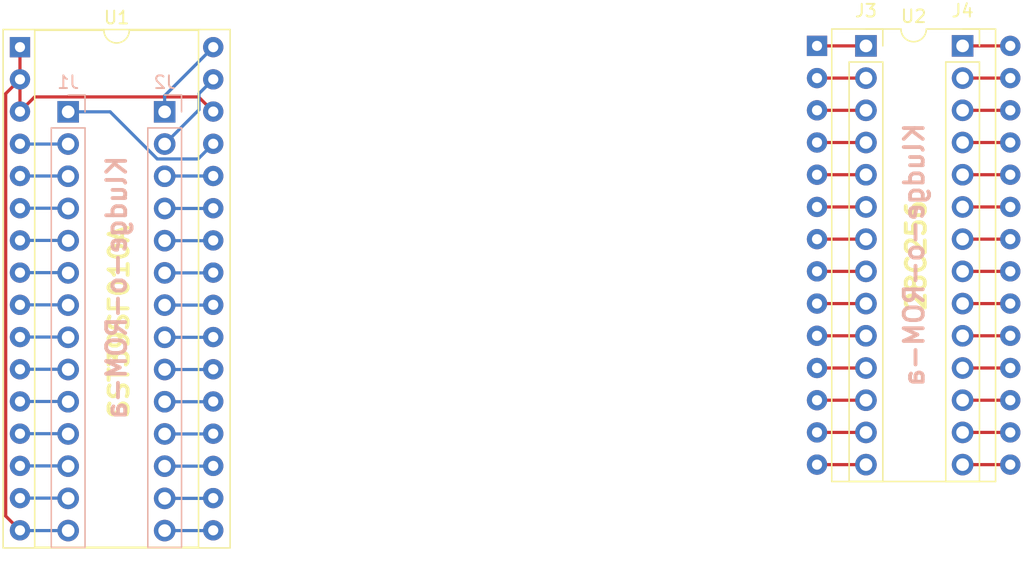
<source format=kicad_pcb>
(kicad_pcb (version 20171130) (host pcbnew "(5.1.9)-1")

  (general
    (thickness 1.6)
    (drawings 4)
    (tracks 95)
    (zones 0)
    (modules 6)
    (nets 29)
  )

  (page A4)
  (layers
    (0 F.Cu signal)
    (31 B.Cu signal)
    (32 B.Adhes user)
    (33 F.Adhes user)
    (34 B.Paste user)
    (35 F.Paste user)
    (36 B.SilkS user)
    (37 F.SilkS user)
    (38 B.Mask user)
    (39 F.Mask user)
    (40 Dwgs.User user)
    (41 Cmts.User user)
    (42 Eco1.User user)
    (43 Eco2.User user)
    (44 Edge.Cuts user)
    (45 Margin user)
    (46 B.CrtYd user)
    (47 F.CrtYd user)
    (48 B.Fab user)
    (49 F.Fab user)
  )

  (setup
    (last_trace_width 0.25)
    (trace_clearance 0.2)
    (zone_clearance 0.508)
    (zone_45_only no)
    (trace_min 0.2)
    (via_size 0.8)
    (via_drill 0.4)
    (via_min_size 0.4)
    (via_min_drill 0.3)
    (uvia_size 0.3)
    (uvia_drill 0.1)
    (uvias_allowed no)
    (uvia_min_size 0.2)
    (uvia_min_drill 0.1)
    (edge_width 0.05)
    (segment_width 0.2)
    (pcb_text_width 0.3)
    (pcb_text_size 1.5 1.5)
    (mod_edge_width 0.12)
    (mod_text_size 1 1)
    (mod_text_width 0.15)
    (pad_size 1.524 1.524)
    (pad_drill 0.762)
    (pad_to_mask_clearance 0)
    (aux_axis_origin 0 0)
    (visible_elements 7FFFFFFF)
    (pcbplotparams
      (layerselection 0x010fc_ffffffff)
      (usegerberextensions false)
      (usegerberattributes true)
      (usegerberadvancedattributes true)
      (creategerberjobfile true)
      (excludeedgelayer true)
      (linewidth 0.100000)
      (plotframeref false)
      (viasonmask false)
      (mode 1)
      (useauxorigin false)
      (hpglpennumber 1)
      (hpglpenspeed 20)
      (hpglpendiameter 15.000000)
      (psnegative false)
      (psa4output false)
      (plotreference true)
      (plotvalue true)
      (plotinvisibletext false)
      (padsonsilk false)
      (subtractmaskfromsilk false)
      (outputformat 1)
      (mirror false)
      (drillshape 1)
      (scaleselection 1)
      (outputdirectory ""))
  )

  (net 0 "")
  (net 1 A15)
  (net 2 D2)
  (net 3 D1)
  (net 4 D0)
  (net 5 A0)
  (net 6 A1)
  (net 7 A2)
  (net 8 A3)
  (net 9 A4)
  (net 10 A5)
  (net 11 A6)
  (net 12 A7)
  (net 13 A12)
  (net 14 A14)
  (net 15 D3)
  (net 16 D4)
  (net 17 D5)
  (net 18 D6)
  (net 19 D7)
  (net 20 ~CE)
  (net 21 A10)
  (net 22 ~OE)
  (net 23 A11)
  (net 24 A9)
  (net 25 A8)
  (net 26 A13)
  (net 27 ~WE)
  (net 28 VCC)

  (net_class Default "This is the default net class."
    (clearance 0.2)
    (trace_width 0.25)
    (via_dia 0.8)
    (via_drill 0.4)
    (uvia_dia 0.3)
    (uvia_drill 0.1)
    (add_net A0)
    (add_net A1)
    (add_net A10)
    (add_net A11)
    (add_net A12)
    (add_net A13)
    (add_net A14)
    (add_net A15)
    (add_net A2)
    (add_net A3)
    (add_net A4)
    (add_net A5)
    (add_net A6)
    (add_net A7)
    (add_net A8)
    (add_net A9)
    (add_net D0)
    (add_net D1)
    (add_net D2)
    (add_net D3)
    (add_net D4)
    (add_net D5)
    (add_net D6)
    (add_net D7)
    (add_net VCC)
    (add_net ~CE)
    (add_net ~OE)
    (add_net ~WE)
  )

  (module Connector_PinSocket_2.54mm:PinSocket_1x14_P2.54mm_Vertical (layer F.Cu) (tedit 5A19A434) (tstamp 619B97B9)
    (at 152.38 62.8)
    (descr "Through hole straight socket strip, 1x14, 2.54mm pitch, single row (from Kicad 4.0.7), script generated")
    (tags "Through hole socket strip THT 1x14 2.54mm single row")
    (path /61AFECD6)
    (fp_text reference J4 (at 0 -2.77) (layer F.SilkS)
      (effects (font (size 1 1) (thickness 0.15)))
    )
    (fp_text value b-right (at 0 35.79) (layer F.Fab)
      (effects (font (size 1 1) (thickness 0.15)))
    )
    (fp_line (start -1.8 34.8) (end -1.8 -1.8) (layer F.CrtYd) (width 0.05))
    (fp_line (start 1.75 34.8) (end -1.8 34.8) (layer F.CrtYd) (width 0.05))
    (fp_line (start 1.75 -1.8) (end 1.75 34.8) (layer F.CrtYd) (width 0.05))
    (fp_line (start -1.8 -1.8) (end 1.75 -1.8) (layer F.CrtYd) (width 0.05))
    (fp_line (start 0 -1.33) (end 1.33 -1.33) (layer F.SilkS) (width 0.12))
    (fp_line (start 1.33 -1.33) (end 1.33 0) (layer F.SilkS) (width 0.12))
    (fp_line (start 1.33 1.27) (end 1.33 34.35) (layer F.SilkS) (width 0.12))
    (fp_line (start -1.33 34.35) (end 1.33 34.35) (layer F.SilkS) (width 0.12))
    (fp_line (start -1.33 1.27) (end -1.33 34.35) (layer F.SilkS) (width 0.12))
    (fp_line (start -1.33 1.27) (end 1.33 1.27) (layer F.SilkS) (width 0.12))
    (fp_line (start -1.27 34.29) (end -1.27 -1.27) (layer F.Fab) (width 0.1))
    (fp_line (start 1.27 34.29) (end -1.27 34.29) (layer F.Fab) (width 0.1))
    (fp_line (start 1.27 -0.635) (end 1.27 34.29) (layer F.Fab) (width 0.1))
    (fp_line (start 0.635 -1.27) (end 1.27 -0.635) (layer F.Fab) (width 0.1))
    (fp_line (start -1.27 -1.27) (end 0.635 -1.27) (layer F.Fab) (width 0.1))
    (fp_text user %R (at 0 16.51 90) (layer F.Fab)
      (effects (font (size 1 1) (thickness 0.15)))
    )
    (pad 14 thru_hole oval (at 0 33.02) (size 1.7 1.7) (drill 1) (layers *.Cu *.Mask)
      (net 15 D3))
    (pad 13 thru_hole oval (at 0 30.48) (size 1.7 1.7) (drill 1) (layers *.Cu *.Mask)
      (net 16 D4))
    (pad 12 thru_hole oval (at 0 27.94) (size 1.7 1.7) (drill 1) (layers *.Cu *.Mask)
      (net 17 D5))
    (pad 11 thru_hole oval (at 0 25.4) (size 1.7 1.7) (drill 1) (layers *.Cu *.Mask)
      (net 18 D6))
    (pad 10 thru_hole oval (at 0 22.86) (size 1.7 1.7) (drill 1) (layers *.Cu *.Mask)
      (net 19 D7))
    (pad 9 thru_hole oval (at 0 20.32) (size 1.7 1.7) (drill 1) (layers *.Cu *.Mask)
      (net 20 ~CE))
    (pad 8 thru_hole oval (at 0 17.78) (size 1.7 1.7) (drill 1) (layers *.Cu *.Mask)
      (net 21 A10))
    (pad 7 thru_hole oval (at 0 15.24) (size 1.7 1.7) (drill 1) (layers *.Cu *.Mask)
      (net 22 ~OE))
    (pad 6 thru_hole oval (at 0 12.7) (size 1.7 1.7) (drill 1) (layers *.Cu *.Mask)
      (net 23 A11))
    (pad 5 thru_hole oval (at 0 10.16) (size 1.7 1.7) (drill 1) (layers *.Cu *.Mask)
      (net 24 A9))
    (pad 4 thru_hole oval (at 0 7.62) (size 1.7 1.7) (drill 1) (layers *.Cu *.Mask)
      (net 25 A8))
    (pad 3 thru_hole oval (at 0 5.08) (size 1.7 1.7) (drill 1) (layers *.Cu *.Mask)
      (net 26 A13))
    (pad 2 thru_hole oval (at 0 2.54) (size 1.7 1.7) (drill 1) (layers *.Cu *.Mask)
      (net 27 ~WE))
    (pad 1 thru_hole rect (at 0 0) (size 1.7 1.7) (drill 1) (layers *.Cu *.Mask)
      (net 28 VCC))
    (model ${KISYS3DMOD}/Connector_PinSocket_2.54mm.3dshapes/PinSocket_1x14_P2.54mm_Vertical.wrl
      (at (xyz 0 0 0))
      (scale (xyz 1 1 1))
      (rotate (xyz 0 0 0))
    )
  )

  (module Connector_PinSocket_2.54mm:PinSocket_1x14_P2.54mm_Vertical (layer F.Cu) (tedit 5A19A434) (tstamp 619B9797)
    (at 144.76 62.8)
    (descr "Through hole straight socket strip, 1x14, 2.54mm pitch, single row (from Kicad 4.0.7), script generated")
    (tags "Through hole socket strip THT 1x14 2.54mm single row")
    (path /61AFEB74)
    (fp_text reference J3 (at 0 -2.77) (layer F.SilkS)
      (effects (font (size 1 1) (thickness 0.15)))
    )
    (fp_text value b-left (at 0 35.79) (layer F.Fab)
      (effects (font (size 1 1) (thickness 0.15)))
    )
    (fp_line (start -1.8 34.8) (end -1.8 -1.8) (layer F.CrtYd) (width 0.05))
    (fp_line (start 1.75 34.8) (end -1.8 34.8) (layer F.CrtYd) (width 0.05))
    (fp_line (start 1.75 -1.8) (end 1.75 34.8) (layer F.CrtYd) (width 0.05))
    (fp_line (start -1.8 -1.8) (end 1.75 -1.8) (layer F.CrtYd) (width 0.05))
    (fp_line (start 0 -1.33) (end 1.33 -1.33) (layer F.SilkS) (width 0.12))
    (fp_line (start 1.33 -1.33) (end 1.33 0) (layer F.SilkS) (width 0.12))
    (fp_line (start 1.33 1.27) (end 1.33 34.35) (layer F.SilkS) (width 0.12))
    (fp_line (start -1.33 34.35) (end 1.33 34.35) (layer F.SilkS) (width 0.12))
    (fp_line (start -1.33 1.27) (end -1.33 34.35) (layer F.SilkS) (width 0.12))
    (fp_line (start -1.33 1.27) (end 1.33 1.27) (layer F.SilkS) (width 0.12))
    (fp_line (start -1.27 34.29) (end -1.27 -1.27) (layer F.Fab) (width 0.1))
    (fp_line (start 1.27 34.29) (end -1.27 34.29) (layer F.Fab) (width 0.1))
    (fp_line (start 1.27 -0.635) (end 1.27 34.29) (layer F.Fab) (width 0.1))
    (fp_line (start 0.635 -1.27) (end 1.27 -0.635) (layer F.Fab) (width 0.1))
    (fp_line (start -1.27 -1.27) (end 0.635 -1.27) (layer F.Fab) (width 0.1))
    (fp_text user %R (at 0 16.51 90) (layer F.Fab)
      (effects (font (size 1 1) (thickness 0.15)))
    )
    (pad 14 thru_hole oval (at 0 33.02) (size 1.7 1.7) (drill 1) (layers *.Cu *.Mask)
      (net 1 A15))
    (pad 13 thru_hole oval (at 0 30.48) (size 1.7 1.7) (drill 1) (layers *.Cu *.Mask)
      (net 2 D2))
    (pad 12 thru_hole oval (at 0 27.94) (size 1.7 1.7) (drill 1) (layers *.Cu *.Mask)
      (net 3 D1))
    (pad 11 thru_hole oval (at 0 25.4) (size 1.7 1.7) (drill 1) (layers *.Cu *.Mask)
      (net 4 D0))
    (pad 10 thru_hole oval (at 0 22.86) (size 1.7 1.7) (drill 1) (layers *.Cu *.Mask)
      (net 5 A0))
    (pad 9 thru_hole oval (at 0 20.32) (size 1.7 1.7) (drill 1) (layers *.Cu *.Mask)
      (net 6 A1))
    (pad 8 thru_hole oval (at 0 17.78) (size 1.7 1.7) (drill 1) (layers *.Cu *.Mask)
      (net 7 A2))
    (pad 7 thru_hole oval (at 0 15.24) (size 1.7 1.7) (drill 1) (layers *.Cu *.Mask)
      (net 8 A3))
    (pad 6 thru_hole oval (at 0 12.7) (size 1.7 1.7) (drill 1) (layers *.Cu *.Mask)
      (net 9 A4))
    (pad 5 thru_hole oval (at 0 10.16) (size 1.7 1.7) (drill 1) (layers *.Cu *.Mask)
      (net 10 A5))
    (pad 4 thru_hole oval (at 0 7.62) (size 1.7 1.7) (drill 1) (layers *.Cu *.Mask)
      (net 11 A6))
    (pad 3 thru_hole oval (at 0 5.08) (size 1.7 1.7) (drill 1) (layers *.Cu *.Mask)
      (net 12 A7))
    (pad 2 thru_hole oval (at 0 2.54) (size 1.7 1.7) (drill 1) (layers *.Cu *.Mask)
      (net 13 A12))
    (pad 1 thru_hole rect (at 0 0) (size 1.7 1.7) (drill 1) (layers *.Cu *.Mask)
      (net 14 A14))
    (model ${KISYS3DMOD}/Connector_PinSocket_2.54mm.3dshapes/PinSocket_1x14_P2.54mm_Vertical.wrl
      (at (xyz 0 0 0))
      (scale (xyz 1 1 1))
      (rotate (xyz 0 0 0))
    )
  )

  (module Package_DIP:DIP-28_W15.24mm (layer F.Cu) (tedit 5A02E8C5) (tstamp 619B9825)
    (at 140.9 62.8)
    (descr "28-lead though-hole mounted DIP package, row spacing 15.24 mm (600 mils)")
    (tags "THT DIP DIL PDIP 2.54mm 15.24mm 600mil")
    (path /61AFBB43)
    (fp_text reference U2 (at 7.62 -2.33) (layer F.SilkS)
      (effects (font (size 1 1) (thickness 0.15)))
    )
    (fp_text value 28C256 (at 7.62 35.35) (layer F.Fab)
      (effects (font (size 1 1) (thickness 0.15)))
    )
    (fp_line (start 16.3 -1.55) (end -1.05 -1.55) (layer F.CrtYd) (width 0.05))
    (fp_line (start 16.3 34.55) (end 16.3 -1.55) (layer F.CrtYd) (width 0.05))
    (fp_line (start -1.05 34.55) (end 16.3 34.55) (layer F.CrtYd) (width 0.05))
    (fp_line (start -1.05 -1.55) (end -1.05 34.55) (layer F.CrtYd) (width 0.05))
    (fp_line (start 14.08 -1.33) (end 8.62 -1.33) (layer F.SilkS) (width 0.12))
    (fp_line (start 14.08 34.35) (end 14.08 -1.33) (layer F.SilkS) (width 0.12))
    (fp_line (start 1.16 34.35) (end 14.08 34.35) (layer F.SilkS) (width 0.12))
    (fp_line (start 1.16 -1.33) (end 1.16 34.35) (layer F.SilkS) (width 0.12))
    (fp_line (start 6.62 -1.33) (end 1.16 -1.33) (layer F.SilkS) (width 0.12))
    (fp_line (start 0.255 -0.27) (end 1.255 -1.27) (layer F.Fab) (width 0.1))
    (fp_line (start 0.255 34.29) (end 0.255 -0.27) (layer F.Fab) (width 0.1))
    (fp_line (start 14.985 34.29) (end 0.255 34.29) (layer F.Fab) (width 0.1))
    (fp_line (start 14.985 -1.27) (end 14.985 34.29) (layer F.Fab) (width 0.1))
    (fp_line (start 1.255 -1.27) (end 14.985 -1.27) (layer F.Fab) (width 0.1))
    (fp_text user %R (at 7.62 16.51) (layer F.Fab)
      (effects (font (size 1 1) (thickness 0.15)))
    )
    (fp_arc (start 7.62 -1.33) (end 6.62 -1.33) (angle -180) (layer F.SilkS) (width 0.12))
    (pad 28 thru_hole oval (at 15.24 0) (size 1.6 1.6) (drill 0.8) (layers *.Cu *.Mask)
      (net 28 VCC))
    (pad 14 thru_hole oval (at 0 33.02) (size 1.6 1.6) (drill 0.8) (layers *.Cu *.Mask)
      (net 1 A15))
    (pad 27 thru_hole oval (at 15.24 2.54) (size 1.6 1.6) (drill 0.8) (layers *.Cu *.Mask)
      (net 27 ~WE))
    (pad 13 thru_hole oval (at 0 30.48) (size 1.6 1.6) (drill 0.8) (layers *.Cu *.Mask)
      (net 2 D2))
    (pad 26 thru_hole oval (at 15.24 5.08) (size 1.6 1.6) (drill 0.8) (layers *.Cu *.Mask)
      (net 26 A13))
    (pad 12 thru_hole oval (at 0 27.94) (size 1.6 1.6) (drill 0.8) (layers *.Cu *.Mask)
      (net 3 D1))
    (pad 25 thru_hole oval (at 15.24 7.62) (size 1.6 1.6) (drill 0.8) (layers *.Cu *.Mask)
      (net 25 A8))
    (pad 11 thru_hole oval (at 0 25.4) (size 1.6 1.6) (drill 0.8) (layers *.Cu *.Mask)
      (net 4 D0))
    (pad 24 thru_hole oval (at 15.24 10.16) (size 1.6 1.6) (drill 0.8) (layers *.Cu *.Mask)
      (net 24 A9))
    (pad 10 thru_hole oval (at 0 22.86) (size 1.6 1.6) (drill 0.8) (layers *.Cu *.Mask)
      (net 5 A0))
    (pad 23 thru_hole oval (at 15.24 12.7) (size 1.6 1.6) (drill 0.8) (layers *.Cu *.Mask)
      (net 23 A11))
    (pad 9 thru_hole oval (at 0 20.32) (size 1.6 1.6) (drill 0.8) (layers *.Cu *.Mask)
      (net 6 A1))
    (pad 22 thru_hole oval (at 15.24 15.24) (size 1.6 1.6) (drill 0.8) (layers *.Cu *.Mask)
      (net 22 ~OE))
    (pad 8 thru_hole oval (at 0 17.78) (size 1.6 1.6) (drill 0.8) (layers *.Cu *.Mask)
      (net 7 A2))
    (pad 21 thru_hole oval (at 15.24 17.78) (size 1.6 1.6) (drill 0.8) (layers *.Cu *.Mask)
      (net 21 A10))
    (pad 7 thru_hole oval (at 0 15.24) (size 1.6 1.6) (drill 0.8) (layers *.Cu *.Mask)
      (net 8 A3))
    (pad 20 thru_hole oval (at 15.24 20.32) (size 1.6 1.6) (drill 0.8) (layers *.Cu *.Mask)
      (net 20 ~CE))
    (pad 6 thru_hole oval (at 0 12.7) (size 1.6 1.6) (drill 0.8) (layers *.Cu *.Mask)
      (net 9 A4))
    (pad 19 thru_hole oval (at 15.24 22.86) (size 1.6 1.6) (drill 0.8) (layers *.Cu *.Mask)
      (net 19 D7))
    (pad 5 thru_hole oval (at 0 10.16) (size 1.6 1.6) (drill 0.8) (layers *.Cu *.Mask)
      (net 10 A5))
    (pad 18 thru_hole oval (at 15.24 25.4) (size 1.6 1.6) (drill 0.8) (layers *.Cu *.Mask)
      (net 18 D6))
    (pad 4 thru_hole oval (at 0 7.62) (size 1.6 1.6) (drill 0.8) (layers *.Cu *.Mask)
      (net 11 A6))
    (pad 17 thru_hole oval (at 15.24 27.94) (size 1.6 1.6) (drill 0.8) (layers *.Cu *.Mask)
      (net 17 D5))
    (pad 3 thru_hole oval (at 0 5.08) (size 1.6 1.6) (drill 0.8) (layers *.Cu *.Mask)
      (net 12 A7))
    (pad 16 thru_hole oval (at 15.24 30.48) (size 1.6 1.6) (drill 0.8) (layers *.Cu *.Mask)
      (net 16 D4))
    (pad 2 thru_hole oval (at 0 2.54) (size 1.6 1.6) (drill 0.8) (layers *.Cu *.Mask)
      (net 13 A12))
    (pad 15 thru_hole oval (at 15.24 33.02) (size 1.6 1.6) (drill 0.8) (layers *.Cu *.Mask)
      (net 15 D3))
    (pad 1 thru_hole rect (at 0 0) (size 1.6 1.6) (drill 0.8) (layers *.Cu *.Mask)
      (net 14 A14))
    (model ${KISYS3DMOD}/Package_DIP.3dshapes/DIP-28_W15.24mm.wrl
      (at (xyz 0 0 0))
      (scale (xyz 1 1 1))
      (rotate (xyz 0 0 0))
    )
  )

  (module Package_DIP:DIP-32_W15.24mm_Socket (layer F.Cu) (tedit 5A02E8C5) (tstamp 619B97F5)
    (at 78.05 62.9)
    (descr "32-lead though-hole mounted DIP package, row spacing 15.24 mm (600 mils), Socket")
    (tags "THT DIP DIL PDIP 2.54mm 15.24mm 600mil Socket")
    (path /61AFB38D)
    (fp_text reference U1 (at 7.62 -2.33) (layer F.SilkS)
      (effects (font (size 1 1) (thickness 0.15)))
    )
    (fp_text value SST39SF040 (at 7.62 40.43) (layer F.Fab)
      (effects (font (size 1 1) (thickness 0.15)))
    )
    (fp_line (start 16.8 -1.6) (end -1.55 -1.6) (layer F.CrtYd) (width 0.05))
    (fp_line (start 16.8 39.7) (end 16.8 -1.6) (layer F.CrtYd) (width 0.05))
    (fp_line (start -1.55 39.7) (end 16.8 39.7) (layer F.CrtYd) (width 0.05))
    (fp_line (start -1.55 -1.6) (end -1.55 39.7) (layer F.CrtYd) (width 0.05))
    (fp_line (start 16.57 -1.39) (end -1.33 -1.39) (layer F.SilkS) (width 0.12))
    (fp_line (start 16.57 39.49) (end 16.57 -1.39) (layer F.SilkS) (width 0.12))
    (fp_line (start -1.33 39.49) (end 16.57 39.49) (layer F.SilkS) (width 0.12))
    (fp_line (start -1.33 -1.39) (end -1.33 39.49) (layer F.SilkS) (width 0.12))
    (fp_line (start 14.08 -1.33) (end 8.62 -1.33) (layer F.SilkS) (width 0.12))
    (fp_line (start 14.08 39.43) (end 14.08 -1.33) (layer F.SilkS) (width 0.12))
    (fp_line (start 1.16 39.43) (end 14.08 39.43) (layer F.SilkS) (width 0.12))
    (fp_line (start 1.16 -1.33) (end 1.16 39.43) (layer F.SilkS) (width 0.12))
    (fp_line (start 6.62 -1.33) (end 1.16 -1.33) (layer F.SilkS) (width 0.12))
    (fp_line (start 16.51 -1.33) (end -1.27 -1.33) (layer F.Fab) (width 0.1))
    (fp_line (start 16.51 39.43) (end 16.51 -1.33) (layer F.Fab) (width 0.1))
    (fp_line (start -1.27 39.43) (end 16.51 39.43) (layer F.Fab) (width 0.1))
    (fp_line (start -1.27 -1.33) (end -1.27 39.43) (layer F.Fab) (width 0.1))
    (fp_line (start 0.255 -0.27) (end 1.255 -1.27) (layer F.Fab) (width 0.1))
    (fp_line (start 0.255 39.37) (end 0.255 -0.27) (layer F.Fab) (width 0.1))
    (fp_line (start 14.985 39.37) (end 0.255 39.37) (layer F.Fab) (width 0.1))
    (fp_line (start 14.985 -1.27) (end 14.985 39.37) (layer F.Fab) (width 0.1))
    (fp_line (start 1.255 -1.27) (end 14.985 -1.27) (layer F.Fab) (width 0.1))
    (fp_text user %R (at 7.62 19.05) (layer F.Fab)
      (effects (font (size 1 1) (thickness 0.15)))
    )
    (fp_arc (start 7.62 -1.33) (end 6.62 -1.33) (angle -180) (layer F.SilkS) (width 0.12))
    (pad 32 thru_hole oval (at 15.24 0) (size 1.6 1.6) (drill 0.8) (layers *.Cu *.Mask)
      (net 28 VCC))
    (pad 16 thru_hole oval (at 0 38.1) (size 1.6 1.6) (drill 0.8) (layers *.Cu *.Mask)
      (net 1 A15))
    (pad 31 thru_hole oval (at 15.24 2.54) (size 1.6 1.6) (drill 0.8) (layers *.Cu *.Mask)
      (net 27 ~WE))
    (pad 15 thru_hole oval (at 0 35.56) (size 1.6 1.6) (drill 0.8) (layers *.Cu *.Mask)
      (net 2 D2))
    (pad 30 thru_hole oval (at 15.24 5.08) (size 1.6 1.6) (drill 0.8) (layers *.Cu *.Mask)
      (net 1 A15))
    (pad 14 thru_hole oval (at 0 33.02) (size 1.6 1.6) (drill 0.8) (layers *.Cu *.Mask)
      (net 3 D1))
    (pad 29 thru_hole oval (at 15.24 7.62) (size 1.6 1.6) (drill 0.8) (layers *.Cu *.Mask)
      (net 14 A14))
    (pad 13 thru_hole oval (at 0 30.48) (size 1.6 1.6) (drill 0.8) (layers *.Cu *.Mask)
      (net 4 D0))
    (pad 28 thru_hole oval (at 15.24 10.16) (size 1.6 1.6) (drill 0.8) (layers *.Cu *.Mask)
      (net 26 A13))
    (pad 12 thru_hole oval (at 0 27.94) (size 1.6 1.6) (drill 0.8) (layers *.Cu *.Mask)
      (net 5 A0))
    (pad 27 thru_hole oval (at 15.24 12.7) (size 1.6 1.6) (drill 0.8) (layers *.Cu *.Mask)
      (net 25 A8))
    (pad 11 thru_hole oval (at 0 25.4) (size 1.6 1.6) (drill 0.8) (layers *.Cu *.Mask)
      (net 6 A1))
    (pad 26 thru_hole oval (at 15.24 15.24) (size 1.6 1.6) (drill 0.8) (layers *.Cu *.Mask)
      (net 24 A9))
    (pad 10 thru_hole oval (at 0 22.86) (size 1.6 1.6) (drill 0.8) (layers *.Cu *.Mask)
      (net 7 A2))
    (pad 25 thru_hole oval (at 15.24 17.78) (size 1.6 1.6) (drill 0.8) (layers *.Cu *.Mask)
      (net 23 A11))
    (pad 9 thru_hole oval (at 0 20.32) (size 1.6 1.6) (drill 0.8) (layers *.Cu *.Mask)
      (net 8 A3))
    (pad 24 thru_hole oval (at 15.24 20.32) (size 1.6 1.6) (drill 0.8) (layers *.Cu *.Mask)
      (net 22 ~OE))
    (pad 8 thru_hole oval (at 0 17.78) (size 1.6 1.6) (drill 0.8) (layers *.Cu *.Mask)
      (net 9 A4))
    (pad 23 thru_hole oval (at 15.24 22.86) (size 1.6 1.6) (drill 0.8) (layers *.Cu *.Mask)
      (net 21 A10))
    (pad 7 thru_hole oval (at 0 15.24) (size 1.6 1.6) (drill 0.8) (layers *.Cu *.Mask)
      (net 10 A5))
    (pad 22 thru_hole oval (at 15.24 25.4) (size 1.6 1.6) (drill 0.8) (layers *.Cu *.Mask)
      (net 20 ~CE))
    (pad 6 thru_hole oval (at 0 12.7) (size 1.6 1.6) (drill 0.8) (layers *.Cu *.Mask)
      (net 11 A6))
    (pad 21 thru_hole oval (at 15.24 27.94) (size 1.6 1.6) (drill 0.8) (layers *.Cu *.Mask)
      (net 19 D7))
    (pad 5 thru_hole oval (at 0 10.16) (size 1.6 1.6) (drill 0.8) (layers *.Cu *.Mask)
      (net 12 A7))
    (pad 20 thru_hole oval (at 15.24 30.48) (size 1.6 1.6) (drill 0.8) (layers *.Cu *.Mask)
      (net 18 D6))
    (pad 4 thru_hole oval (at 0 7.62) (size 1.6 1.6) (drill 0.8) (layers *.Cu *.Mask)
      (net 13 A12))
    (pad 19 thru_hole oval (at 15.24 33.02) (size 1.6 1.6) (drill 0.8) (layers *.Cu *.Mask)
      (net 17 D5))
    (pad 3 thru_hole oval (at 0 5.08) (size 1.6 1.6) (drill 0.8) (layers *.Cu *.Mask)
      (net 1 A15))
    (pad 18 thru_hole oval (at 15.24 35.56) (size 1.6 1.6) (drill 0.8) (layers *.Cu *.Mask)
      (net 16 D4))
    (pad 2 thru_hole oval (at 0 2.54) (size 1.6 1.6) (drill 0.8) (layers *.Cu *.Mask)
      (net 1 A15))
    (pad 17 thru_hole oval (at 15.24 38.1) (size 1.6 1.6) (drill 0.8) (layers *.Cu *.Mask)
      (net 15 D3))
    (pad 1 thru_hole rect (at 0 0) (size 1.6 1.6) (drill 0.8) (layers *.Cu *.Mask)
      (net 1 A15))
    (model ${KISYS3DMOD}/Package_DIP.3dshapes/DIP-32_W15.24mm_Socket.wrl
      (at (xyz 0 0 0))
      (scale (xyz 1 1 1))
      (rotate (xyz 0 0 0))
    )
  )

  (module Connector_PinHeader_2.54mm:PinHeader_1x14_P2.54mm_Vertical (layer B.Cu) (tedit 59FED5CC) (tstamp 619BAAD3)
    (at 89.46 68 180)
    (descr "Through hole straight pin header, 1x14, 2.54mm pitch, single row")
    (tags "Through hole pin header THT 1x14 2.54mm single row")
    (path /61AFD052)
    (fp_text reference J2 (at 0 2.33) (layer B.SilkS)
      (effects (font (size 1 1) (thickness 0.15)) (justify mirror))
    )
    (fp_text value t-right (at 0 -35.35) (layer B.Fab)
      (effects (font (size 1 1) (thickness 0.15)) (justify mirror))
    )
    (fp_line (start 1.8 1.8) (end -1.8 1.8) (layer B.CrtYd) (width 0.05))
    (fp_line (start 1.8 -34.8) (end 1.8 1.8) (layer B.CrtYd) (width 0.05))
    (fp_line (start -1.8 -34.8) (end 1.8 -34.8) (layer B.CrtYd) (width 0.05))
    (fp_line (start -1.8 1.8) (end -1.8 -34.8) (layer B.CrtYd) (width 0.05))
    (fp_line (start -1.33 1.33) (end 0 1.33) (layer B.SilkS) (width 0.12))
    (fp_line (start -1.33 0) (end -1.33 1.33) (layer B.SilkS) (width 0.12))
    (fp_line (start -1.33 -1.27) (end 1.33 -1.27) (layer B.SilkS) (width 0.12))
    (fp_line (start 1.33 -1.27) (end 1.33 -34.35) (layer B.SilkS) (width 0.12))
    (fp_line (start -1.33 -1.27) (end -1.33 -34.35) (layer B.SilkS) (width 0.12))
    (fp_line (start -1.33 -34.35) (end 1.33 -34.35) (layer B.SilkS) (width 0.12))
    (fp_line (start -1.27 0.635) (end -0.635 1.27) (layer B.Fab) (width 0.1))
    (fp_line (start -1.27 -34.29) (end -1.27 0.635) (layer B.Fab) (width 0.1))
    (fp_line (start 1.27 -34.29) (end -1.27 -34.29) (layer B.Fab) (width 0.1))
    (fp_line (start 1.27 1.27) (end 1.27 -34.29) (layer B.Fab) (width 0.1))
    (fp_line (start -0.635 1.27) (end 1.27 1.27) (layer B.Fab) (width 0.1))
    (fp_text user %R (at 0 -16.51 270) (layer B.Fab)
      (effects (font (size 1 1) (thickness 0.15)) (justify mirror))
    )
    (pad 14 thru_hole oval (at 0 -33.02 180) (size 1.7 1.7) (drill 1) (layers *.Cu *.Mask)
      (net 15 D3))
    (pad 13 thru_hole oval (at 0 -30.48 180) (size 1.7 1.7) (drill 1) (layers *.Cu *.Mask)
      (net 16 D4))
    (pad 12 thru_hole oval (at 0 -27.94 180) (size 1.7 1.7) (drill 1) (layers *.Cu *.Mask)
      (net 17 D5))
    (pad 11 thru_hole oval (at 0 -25.4 180) (size 1.7 1.7) (drill 1) (layers *.Cu *.Mask)
      (net 18 D6))
    (pad 10 thru_hole oval (at 0 -22.86 180) (size 1.7 1.7) (drill 1) (layers *.Cu *.Mask)
      (net 19 D7))
    (pad 9 thru_hole oval (at 0 -20.32 180) (size 1.7 1.7) (drill 1) (layers *.Cu *.Mask)
      (net 20 ~CE))
    (pad 8 thru_hole oval (at 0 -17.78 180) (size 1.7 1.7) (drill 1) (layers *.Cu *.Mask)
      (net 21 A10))
    (pad 7 thru_hole oval (at 0 -15.24 180) (size 1.7 1.7) (drill 1) (layers *.Cu *.Mask)
      (net 22 ~OE))
    (pad 6 thru_hole oval (at 0 -12.7 180) (size 1.7 1.7) (drill 1) (layers *.Cu *.Mask)
      (net 23 A11))
    (pad 5 thru_hole oval (at 0 -10.16 180) (size 1.7 1.7) (drill 1) (layers *.Cu *.Mask)
      (net 24 A9))
    (pad 4 thru_hole oval (at 0 -7.62 180) (size 1.7 1.7) (drill 1) (layers *.Cu *.Mask)
      (net 25 A8))
    (pad 3 thru_hole oval (at 0 -5.08 180) (size 1.7 1.7) (drill 1) (layers *.Cu *.Mask)
      (net 26 A13))
    (pad 2 thru_hole oval (at 0 -2.54 180) (size 1.7 1.7) (drill 1) (layers *.Cu *.Mask)
      (net 27 ~WE))
    (pad 1 thru_hole rect (at 0 0 180) (size 1.7 1.7) (drill 1) (layers *.Cu *.Mask)
      (net 28 VCC))
    (model ${KISYS3DMOD}/Connector_PinHeader_2.54mm.3dshapes/PinHeader_1x14_P2.54mm_Vertical.wrl
      (at (xyz 0 0 0))
      (scale (xyz 1 1 1))
      (rotate (xyz 0 0 0))
    )
  )

  (module Connector_PinHeader_2.54mm:PinHeader_1x14_P2.54mm_Vertical (layer B.Cu) (tedit 59FED5CC) (tstamp 619BAD22)
    (at 81.85 68 180)
    (descr "Through hole straight pin header, 1x14, 2.54mm pitch, single row")
    (tags "Through hole pin header THT 1x14 2.54mm single row")
    (path /61AFC6D5)
    (fp_text reference J1 (at 0 2.33) (layer B.SilkS)
      (effects (font (size 1 1) (thickness 0.15)) (justify mirror))
    )
    (fp_text value t-left (at 0 -35.35) (layer B.Fab)
      (effects (font (size 1 1) (thickness 0.15)) (justify mirror))
    )
    (fp_line (start 1.8 1.8) (end -1.8 1.8) (layer B.CrtYd) (width 0.05))
    (fp_line (start 1.8 -34.8) (end 1.8 1.8) (layer B.CrtYd) (width 0.05))
    (fp_line (start -1.8 -34.8) (end 1.8 -34.8) (layer B.CrtYd) (width 0.05))
    (fp_line (start -1.8 1.8) (end -1.8 -34.8) (layer B.CrtYd) (width 0.05))
    (fp_line (start -1.33 1.33) (end 0 1.33) (layer B.SilkS) (width 0.12))
    (fp_line (start -1.33 0) (end -1.33 1.33) (layer B.SilkS) (width 0.12))
    (fp_line (start -1.33 -1.27) (end 1.33 -1.27) (layer B.SilkS) (width 0.12))
    (fp_line (start 1.33 -1.27) (end 1.33 -34.35) (layer B.SilkS) (width 0.12))
    (fp_line (start -1.33 -1.27) (end -1.33 -34.35) (layer B.SilkS) (width 0.12))
    (fp_line (start -1.33 -34.35) (end 1.33 -34.35) (layer B.SilkS) (width 0.12))
    (fp_line (start -1.27 0.635) (end -0.635 1.27) (layer B.Fab) (width 0.1))
    (fp_line (start -1.27 -34.29) (end -1.27 0.635) (layer B.Fab) (width 0.1))
    (fp_line (start 1.27 -34.29) (end -1.27 -34.29) (layer B.Fab) (width 0.1))
    (fp_line (start 1.27 1.27) (end 1.27 -34.29) (layer B.Fab) (width 0.1))
    (fp_line (start -0.635 1.27) (end 1.27 1.27) (layer B.Fab) (width 0.1))
    (fp_text user %R (at 0 -16.51 270) (layer B.Fab)
      (effects (font (size 1 1) (thickness 0.15)) (justify mirror))
    )
    (pad 14 thru_hole oval (at 0 -33.02 180) (size 1.7 1.7) (drill 1) (layers *.Cu *.Mask)
      (net 1 A15))
    (pad 13 thru_hole oval (at 0 -30.48 180) (size 1.7 1.7) (drill 1) (layers *.Cu *.Mask)
      (net 2 D2))
    (pad 12 thru_hole oval (at 0 -27.94 180) (size 1.7 1.7) (drill 1) (layers *.Cu *.Mask)
      (net 3 D1))
    (pad 11 thru_hole oval (at 0 -25.4 180) (size 1.7 1.7) (drill 1) (layers *.Cu *.Mask)
      (net 4 D0))
    (pad 10 thru_hole oval (at 0 -22.86 180) (size 1.7 1.7) (drill 1) (layers *.Cu *.Mask)
      (net 5 A0))
    (pad 9 thru_hole oval (at 0 -20.32 180) (size 1.7 1.7) (drill 1) (layers *.Cu *.Mask)
      (net 6 A1))
    (pad 8 thru_hole oval (at 0 -17.78 180) (size 1.7 1.7) (drill 1) (layers *.Cu *.Mask)
      (net 7 A2))
    (pad 7 thru_hole oval (at 0 -15.24 180) (size 1.7 1.7) (drill 1) (layers *.Cu *.Mask)
      (net 8 A3))
    (pad 6 thru_hole oval (at 0 -12.7 180) (size 1.7 1.7) (drill 1) (layers *.Cu *.Mask)
      (net 9 A4))
    (pad 5 thru_hole oval (at 0 -10.16 180) (size 1.7 1.7) (drill 1) (layers *.Cu *.Mask)
      (net 10 A5))
    (pad 4 thru_hole oval (at 0 -7.62 180) (size 1.7 1.7) (drill 1) (layers *.Cu *.Mask)
      (net 11 A6))
    (pad 3 thru_hole oval (at 0 -5.08 180) (size 1.7 1.7) (drill 1) (layers *.Cu *.Mask)
      (net 12 A7))
    (pad 2 thru_hole oval (at 0 -2.54 180) (size 1.7 1.7) (drill 1) (layers *.Cu *.Mask)
      (net 13 A12))
    (pad 1 thru_hole rect (at 0 0 180) (size 1.7 1.7) (drill 1) (layers *.Cu *.Mask)
      (net 14 A14))
    (model ${KISYS3DMOD}/Connector_PinHeader_2.54mm.3dshapes/PinHeader_1x14_P2.54mm_Vertical.wrl
      (at (xyz 0 0 0))
      (scale (xyz 1 1 1))
      (rotate (xyz 0 0 0))
    )
  )

  (gr_text SST39SF010A (at 85.86 84.57 90) (layer F.SilkS) (tstamp 619BB343)
    (effects (font (size 1.5 1.5) (thickness 0.3)))
  )
  (gr_text Kludge-o-ROM-a (at 85.67 81.87 90) (layer B.SilkS) (tstamp 619BB311)
    (effects (font (size 1.5 1.5) (thickness 0.3)) (justify mirror))
  )
  (gr_text 28C256 (at 148.72 79.32 90) (layer F.SilkS)
    (effects (font (size 1.5 1.5) (thickness 0.3)))
  )
  (gr_text Kludge-o-ROM-a (at 148.56 79.28 90) (layer B.SilkS)
    (effects (font (size 1.5 1.5) (thickness 0.3)) (justify mirror))
  )

  (segment (start 140.9 95.82) (end 144.76 95.82) (width 0.25) (layer F.Cu) (net 1))
  (segment (start 78.07 101.02) (end 78.05 101) (width 0.25) (layer B.Cu) (net 1))
  (segment (start 81.85 101.02) (end 78.07 101.02) (width 0.25) (layer B.Cu) (net 1))
  (segment (start 78.05 67.98) (end 78.05 65.44) (width 0.25) (layer F.Cu) (net 1))
  (segment (start 78.05 65.44) (end 78.05 62.9) (width 0.25) (layer F.Cu) (net 1))
  (segment (start 92.134999 66.824999) (end 93.29 67.98) (width 0.25) (layer F.Cu) (net 1))
  (segment (start 79.205001 66.824999) (end 92.134999 66.824999) (width 0.25) (layer F.Cu) (net 1))
  (segment (start 78.05 67.98) (end 79.205001 66.824999) (width 0.25) (layer F.Cu) (net 1))
  (segment (start 76.924999 99.874999) (end 78.05 101) (width 0.25) (layer F.Cu) (net 1))
  (segment (start 76.924999 66.565001) (end 76.924999 99.874999) (width 0.25) (layer F.Cu) (net 1))
  (segment (start 78.05 65.44) (end 76.924999 66.565001) (width 0.25) (layer F.Cu) (net 1))
  (segment (start 140.9 93.28) (end 144.76 93.28) (width 0.25) (layer F.Cu) (net 2))
  (segment (start 81.83 98.46) (end 81.85 98.48) (width 0.25) (layer B.Cu) (net 2))
  (segment (start 78.05 98.46) (end 81.83 98.46) (width 0.25) (layer B.Cu) (net 2))
  (segment (start 140.9 90.74) (end 144.76 90.74) (width 0.25) (layer F.Cu) (net 3))
  (segment (start 81.83 95.92) (end 81.85 95.94) (width 0.25) (layer B.Cu) (net 3))
  (segment (start 78.05 95.92) (end 81.83 95.92) (width 0.25) (layer B.Cu) (net 3))
  (segment (start 140.9 88.2) (end 144.76 88.2) (width 0.25) (layer F.Cu) (net 4))
  (segment (start 81.83 93.38) (end 81.85 93.4) (width 0.25) (layer B.Cu) (net 4))
  (segment (start 78.05 93.38) (end 81.83 93.38) (width 0.25) (layer B.Cu) (net 4))
  (segment (start 140.9 85.66) (end 144.76 85.66) (width 0.25) (layer F.Cu) (net 5))
  (segment (start 81.83 90.84) (end 81.85 90.86) (width 0.25) (layer B.Cu) (net 5))
  (segment (start 78.05 90.84) (end 81.83 90.84) (width 0.25) (layer B.Cu) (net 5))
  (segment (start 140.9 83.12) (end 144.76 83.12) (width 0.25) (layer F.Cu) (net 6))
  (segment (start 81.83 88.3) (end 81.85 88.32) (width 0.25) (layer B.Cu) (net 6))
  (segment (start 78.05 88.3) (end 81.83 88.3) (width 0.25) (layer B.Cu) (net 6))
  (segment (start 140.9 80.58) (end 144.76 80.58) (width 0.25) (layer F.Cu) (net 7))
  (segment (start 81.83 85.76) (end 81.85 85.78) (width 0.25) (layer B.Cu) (net 7))
  (segment (start 78.05 85.76) (end 81.83 85.76) (width 0.25) (layer B.Cu) (net 7))
  (segment (start 140.9 78.04) (end 144.76 78.04) (width 0.25) (layer F.Cu) (net 8))
  (segment (start 81.83 83.22) (end 81.85 83.24) (width 0.25) (layer B.Cu) (net 8))
  (segment (start 78.05 83.22) (end 81.83 83.22) (width 0.25) (layer B.Cu) (net 8))
  (segment (start 140.9 75.5) (end 144.76 75.5) (width 0.25) (layer F.Cu) (net 9))
  (segment (start 81.83 80.68) (end 81.85 80.7) (width 0.25) (layer B.Cu) (net 9))
  (segment (start 78.05 80.68) (end 81.83 80.68) (width 0.25) (layer B.Cu) (net 9))
  (segment (start 140.9 72.96) (end 144.76 72.96) (width 0.25) (layer F.Cu) (net 10))
  (segment (start 81.83 78.14) (end 81.85 78.16) (width 0.25) (layer B.Cu) (net 10))
  (segment (start 78.05 78.14) (end 81.83 78.14) (width 0.25) (layer B.Cu) (net 10))
  (segment (start 140.9 70.42) (end 144.76 70.42) (width 0.25) (layer F.Cu) (net 11))
  (segment (start 81.83 75.6) (end 81.85 75.62) (width 0.25) (layer B.Cu) (net 11))
  (segment (start 78.05 75.6) (end 81.83 75.6) (width 0.25) (layer B.Cu) (net 11))
  (segment (start 140.9 67.88) (end 144.76 67.88) (width 0.25) (layer F.Cu) (net 12))
  (segment (start 81.83 73.06) (end 81.85 73.08) (width 0.25) (layer B.Cu) (net 12))
  (segment (start 78.05 73.06) (end 81.83 73.06) (width 0.25) (layer B.Cu) (net 12))
  (segment (start 140.9 65.34) (end 144.76 65.34) (width 0.25) (layer F.Cu) (net 13))
  (segment (start 78.07 70.54) (end 78.05 70.52) (width 0.25) (layer B.Cu) (net 13))
  (segment (start 81.85 70.54) (end 78.07 70.54) (width 0.25) (layer B.Cu) (net 13))
  (segment (start 140.9 62.8) (end 144.76 62.8) (width 0.25) (layer F.Cu) (net 14))
  (segment (start 88.875001 71.715001) (end 92.094999 71.715001) (width 0.25) (layer B.Cu) (net 14))
  (segment (start 92.094999 71.715001) (end 93.29 70.52) (width 0.25) (layer B.Cu) (net 14))
  (segment (start 85.16 68) (end 88.875001 71.715001) (width 0.25) (layer B.Cu) (net 14))
  (segment (start 81.85 68) (end 85.16 68) (width 0.25) (layer B.Cu) (net 14))
  (segment (start 152.38 95.82) (end 156.14 95.82) (width 0.25) (layer F.Cu) (net 15))
  (segment (start 93.27 101.02) (end 93.29 101) (width 0.25) (layer B.Cu) (net 15))
  (segment (start 89.46 101.02) (end 93.27 101.02) (width 0.25) (layer B.Cu) (net 15))
  (segment (start 152.38 93.28) (end 156.14 93.28) (width 0.25) (layer F.Cu) (net 16))
  (segment (start 93.27 98.48) (end 93.29 98.46) (width 0.25) (layer B.Cu) (net 16))
  (segment (start 89.46 98.48) (end 93.27 98.48) (width 0.25) (layer B.Cu) (net 16))
  (segment (start 152.38 90.74) (end 156.14 90.74) (width 0.25) (layer F.Cu) (net 17))
  (segment (start 93.27 95.94) (end 93.29 95.92) (width 0.25) (layer B.Cu) (net 17))
  (segment (start 89.46 95.94) (end 93.27 95.94) (width 0.25) (layer B.Cu) (net 17))
  (segment (start 152.38 88.2) (end 156.14 88.2) (width 0.25) (layer F.Cu) (net 18))
  (segment (start 93.27 93.4) (end 93.29 93.38) (width 0.25) (layer B.Cu) (net 18))
  (segment (start 89.46 93.4) (end 93.27 93.4) (width 0.25) (layer B.Cu) (net 18))
  (segment (start 152.38 85.66) (end 156.14 85.66) (width 0.25) (layer F.Cu) (net 19))
  (segment (start 93.27 90.86) (end 93.29 90.84) (width 0.25) (layer B.Cu) (net 19))
  (segment (start 89.46 90.86) (end 93.27 90.86) (width 0.25) (layer B.Cu) (net 19))
  (segment (start 152.38 83.12) (end 156.14 83.12) (width 0.25) (layer F.Cu) (net 20))
  (segment (start 93.27 88.32) (end 93.29 88.3) (width 0.25) (layer B.Cu) (net 20))
  (segment (start 89.46 88.32) (end 93.27 88.32) (width 0.25) (layer B.Cu) (net 20))
  (segment (start 152.38 80.58) (end 156.14 80.58) (width 0.25) (layer F.Cu) (net 21))
  (segment (start 93.27 85.78) (end 93.29 85.76) (width 0.25) (layer B.Cu) (net 21))
  (segment (start 89.46 85.78) (end 93.27 85.78) (width 0.25) (layer B.Cu) (net 21))
  (segment (start 152.38 78.04) (end 156.14 78.04) (width 0.25) (layer F.Cu) (net 22))
  (segment (start 93.27 83.24) (end 93.29 83.22) (width 0.25) (layer B.Cu) (net 22))
  (segment (start 89.46 83.24) (end 93.27 83.24) (width 0.25) (layer B.Cu) (net 22))
  (segment (start 152.38 75.5) (end 156.14 75.5) (width 0.25) (layer F.Cu) (net 23))
  (segment (start 93.27 80.7) (end 93.29 80.68) (width 0.25) (layer B.Cu) (net 23))
  (segment (start 89.46 80.7) (end 93.27 80.7) (width 0.25) (layer B.Cu) (net 23))
  (segment (start 152.38 72.96) (end 156.14 72.96) (width 0.25) (layer F.Cu) (net 24))
  (segment (start 93.27 78.16) (end 93.29 78.14) (width 0.25) (layer B.Cu) (net 24))
  (segment (start 89.46 78.16) (end 93.27 78.16) (width 0.25) (layer B.Cu) (net 24))
  (segment (start 152.38 70.42) (end 156.14 70.42) (width 0.25) (layer F.Cu) (net 25))
  (segment (start 93.27 75.62) (end 93.29 75.6) (width 0.25) (layer B.Cu) (net 25))
  (segment (start 89.46 75.62) (end 93.27 75.62) (width 0.25) (layer B.Cu) (net 25))
  (segment (start 152.38 67.88) (end 156.14 67.88) (width 0.25) (layer F.Cu) (net 26))
  (segment (start 89.48 73.06) (end 89.46 73.08) (width 0.25) (layer B.Cu) (net 26))
  (segment (start 93.29 73.06) (end 89.48 73.06) (width 0.25) (layer B.Cu) (net 26))
  (segment (start 152.38 65.34) (end 156.14 65.34) (width 0.25) (layer F.Cu) (net 27))
  (segment (start 92.164999 67.835001) (end 89.46 70.54) (width 0.25) (layer B.Cu) (net 27))
  (segment (start 92.164999 66.565001) (end 92.164999 67.835001) (width 0.25) (layer B.Cu) (net 27))
  (segment (start 93.29 65.44) (end 92.164999 66.565001) (width 0.25) (layer B.Cu) (net 27))
  (segment (start 152.38 62.8) (end 156.14 62.8) (width 0.25) (layer F.Cu) (net 28))
  (segment (start 89.46 66.73) (end 89.46 68) (width 0.25) (layer B.Cu) (net 28))
  (segment (start 93.29 62.9) (end 89.46 66.73) (width 0.25) (layer B.Cu) (net 28))

)

</source>
